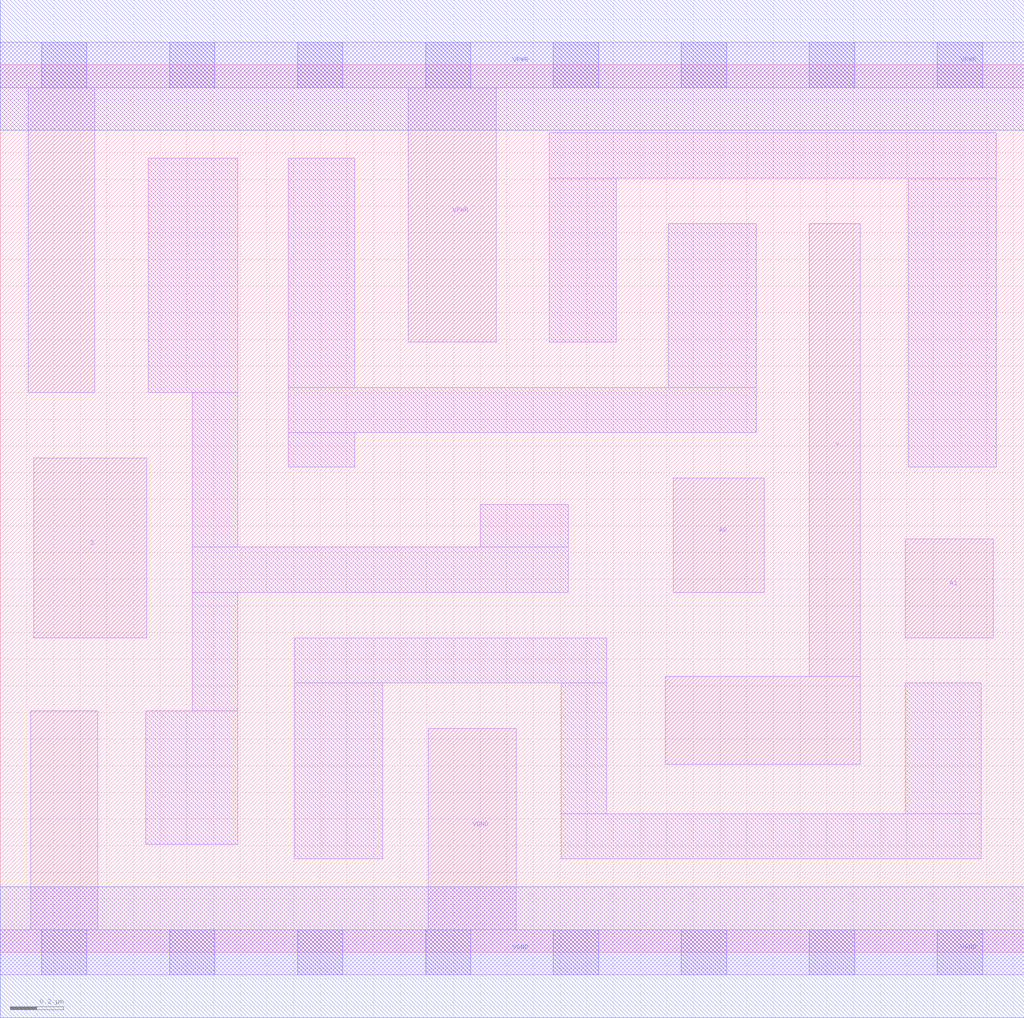
<source format=lef>
# Copyright 2020 The SkyWater PDK Authors
#
# Licensed under the Apache License, Version 2.0 (the "License");
# you may not use this file except in compliance with the License.
# You may obtain a copy of the License at
#
#     https://www.apache.org/licenses/LICENSE-2.0
#
# Unless required by applicable law or agreed to in writing, software
# distributed under the License is distributed on an "AS IS" BASIS,
# WITHOUT WARRANTIES OR CONDITIONS OF ANY KIND, either express or implied.
# See the License for the specific language governing permissions and
# limitations under the License.
#
# SPDX-License-Identifier: Apache-2.0

VERSION 5.7 ;
  NAMESCASESENSITIVE ON ;
  NOWIREEXTENSIONATPIN ON ;
  DIVIDERCHAR "/" ;
  BUSBITCHARS "[]" ;
UNITS
  DATABASE MICRONS 200 ;
END UNITS
MACRO sky130_fd_sc_ms__mux2i_1
  CLASS CORE ;
  SOURCE USER ;
  FOREIGN sky130_fd_sc_ms__mux2i_1 ;
  ORIGIN  0.000000  0.000000 ;
  SIZE  3.840000 BY  3.330000 ;
  SYMMETRY X Y ;
  SITE unit ;
  PIN A0
    ANTENNAGATEAREA  0.312600 ;
    DIRECTION INPUT ;
    USE SIGNAL ;
    PORT
      LAYER li1 ;
        RECT 2.525000 1.350000 2.865000 1.780000 ;
    END
  END A0
  PIN A1
    ANTENNAGATEAREA  0.312600 ;
    DIRECTION INPUT ;
    USE SIGNAL ;
    PORT
      LAYER li1 ;
        RECT 3.395000 1.180000 3.725000 1.550000 ;
    END
  END A1
  PIN S
    ANTENNAGATEAREA  0.546300 ;
    DIRECTION INPUT ;
    USE SIGNAL ;
    PORT
      LAYER li1 ;
        RECT 0.125000 1.180000 0.550000 1.855000 ;
    END
  END S
  PIN Y
    ANTENNADIFFAREA  0.824100 ;
    DIRECTION OUTPUT ;
    USE SIGNAL ;
    PORT
      LAYER li1 ;
        RECT 2.495000 0.705000 3.225000 1.035000 ;
        RECT 3.035000 1.035000 3.225000 2.735000 ;
    END
  END Y
  PIN VGND
    DIRECTION INOUT ;
    USE GROUND ;
    PORT
      LAYER li1 ;
        RECT 0.000000 -0.085000 3.840000 0.085000 ;
        RECT 0.115000  0.085000 0.365000 0.905000 ;
        RECT 1.605000  0.085000 1.935000 0.840000 ;
      LAYER mcon ;
        RECT 0.155000 -0.085000 0.325000 0.085000 ;
        RECT 0.635000 -0.085000 0.805000 0.085000 ;
        RECT 1.115000 -0.085000 1.285000 0.085000 ;
        RECT 1.595000 -0.085000 1.765000 0.085000 ;
        RECT 2.075000 -0.085000 2.245000 0.085000 ;
        RECT 2.555000 -0.085000 2.725000 0.085000 ;
        RECT 3.035000 -0.085000 3.205000 0.085000 ;
        RECT 3.515000 -0.085000 3.685000 0.085000 ;
      LAYER met1 ;
        RECT 0.000000 -0.245000 3.840000 0.245000 ;
    END
  END VGND
  PIN VPWR
    DIRECTION INOUT ;
    USE POWER ;
    PORT
      LAYER li1 ;
        RECT 0.000000 3.245000 3.840000 3.415000 ;
        RECT 0.105000 2.100000 0.355000 3.245000 ;
        RECT 1.530000 2.290000 1.860000 3.245000 ;
      LAYER mcon ;
        RECT 0.155000 3.245000 0.325000 3.415000 ;
        RECT 0.635000 3.245000 0.805000 3.415000 ;
        RECT 1.115000 3.245000 1.285000 3.415000 ;
        RECT 1.595000 3.245000 1.765000 3.415000 ;
        RECT 2.075000 3.245000 2.245000 3.415000 ;
        RECT 2.555000 3.245000 2.725000 3.415000 ;
        RECT 3.035000 3.245000 3.205000 3.415000 ;
        RECT 3.515000 3.245000 3.685000 3.415000 ;
      LAYER met1 ;
        RECT 0.000000 3.085000 3.840000 3.575000 ;
    END
  END VPWR
  OBS
    LAYER li1 ;
      RECT 0.545000 0.405000 0.890000 0.905000 ;
      RECT 0.555000 2.100000 0.890000 2.980000 ;
      RECT 0.720000 0.905000 0.890000 1.350000 ;
      RECT 0.720000 1.350000 2.130000 1.520000 ;
      RECT 0.720000 1.520000 0.890000 2.100000 ;
      RECT 1.080000 1.820000 1.330000 1.950000 ;
      RECT 1.080000 1.950000 2.835000 2.120000 ;
      RECT 1.080000 2.120000 1.330000 2.980000 ;
      RECT 1.105000 0.350000 1.435000 1.010000 ;
      RECT 1.105000 1.010000 2.275000 1.180000 ;
      RECT 1.800000 1.520000 2.130000 1.680000 ;
      RECT 2.060000 2.290000 2.310000 2.905000 ;
      RECT 2.060000 2.905000 3.735000 3.075000 ;
      RECT 2.105000 0.350000 3.680000 0.520000 ;
      RECT 2.105000 0.520000 2.275000 1.010000 ;
      RECT 2.505000 2.120000 2.835000 2.735000 ;
      RECT 3.395000 0.520000 3.680000 1.010000 ;
      RECT 3.405000 1.820000 3.735000 2.905000 ;
  END
END sky130_fd_sc_ms__mux2i_1

</source>
